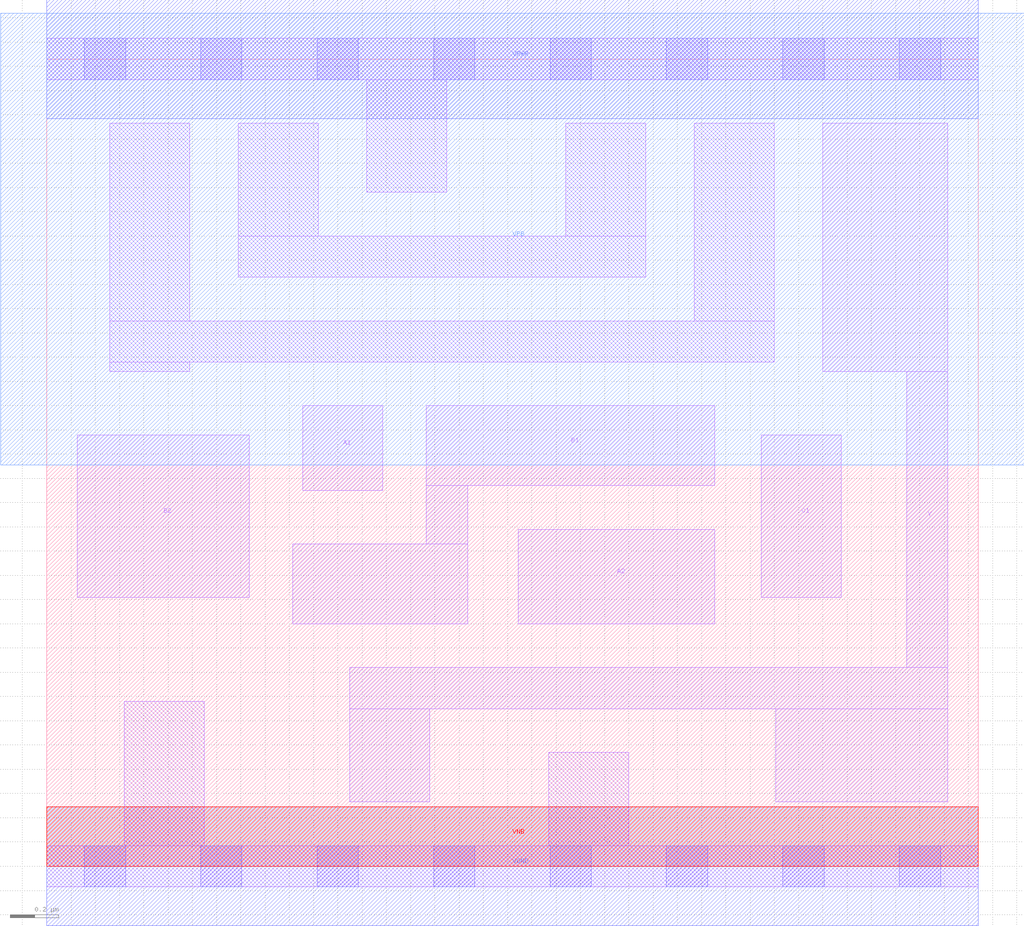
<source format=lef>
# Copyright 2020 The SkyWater PDK Authors
#
# Licensed under the Apache License, Version 2.0 (the "License");
# you may not use this file except in compliance with the License.
# You may obtain a copy of the License at
#
#     https://www.apache.org/licenses/LICENSE-2.0
#
# Unless required by applicable law or agreed to in writing, software
# distributed under the License is distributed on an "AS IS" BASIS,
# WITHOUT WARRANTIES OR CONDITIONS OF ANY KIND, either express or implied.
# See the License for the specific language governing permissions and
# limitations under the License.
#
# SPDX-License-Identifier: Apache-2.0

VERSION 5.7 ;
  NOWIREEXTENSIONATPIN ON ;
  DIVIDERCHAR "/" ;
  BUSBITCHARS "[]" ;
MACRO sky130_fd_sc_lp__a221oi_lp
  CLASS CORE ;
  FOREIGN sky130_fd_sc_lp__a221oi_lp ;
  ORIGIN  0.000000  0.000000 ;
  SIZE  3.840000 BY  3.330000 ;
  SYMMETRY X Y R90 ;
  SITE unit ;
  PIN A1
    ANTENNAGATEAREA  0.313000 ;
    DIRECTION INPUT ;
    USE SIGNAL ;
    PORT
      LAYER li1 ;
        RECT 1.055000 1.550000 1.385000 1.900000 ;
    END
  END A1
  PIN A2
    ANTENNAGATEAREA  0.313000 ;
    DIRECTION INPUT ;
    USE SIGNAL ;
    PORT
      LAYER li1 ;
        RECT 1.945000 1.000000 2.755000 1.390000 ;
    END
  END A2
  PIN B1
    ANTENNAGATEAREA  0.313000 ;
    DIRECTION INPUT ;
    USE SIGNAL ;
    PORT
      LAYER li1 ;
        RECT 1.015000 1.000000 1.735000 1.330000 ;
        RECT 1.565000 1.330000 1.735000 1.570000 ;
        RECT 1.565000 1.570000 2.755000 1.900000 ;
    END
  END B1
  PIN B2
    ANTENNAGATEAREA  0.313000 ;
    DIRECTION INPUT ;
    USE SIGNAL ;
    PORT
      LAYER li1 ;
        RECT 0.125000 1.110000 0.835000 1.780000 ;
    END
  END B2
  PIN C1
    ANTENNAGATEAREA  0.376000 ;
    DIRECTION INPUT ;
    USE SIGNAL ;
    PORT
      LAYER li1 ;
        RECT 2.945000 1.110000 3.275000 1.780000 ;
    END
  END C1
  PIN Y
    ANTENNADIFFAREA  0.568500 ;
    DIRECTION OUTPUT ;
    USE SIGNAL ;
    PORT
      LAYER li1 ;
        RECT 1.250000 0.265000 1.580000 0.650000 ;
        RECT 1.250000 0.650000 3.715000 0.820000 ;
        RECT 3.005000 0.265000 3.715000 0.650000 ;
        RECT 3.200000 2.040000 3.715000 3.065000 ;
        RECT 3.545000 0.820000 3.715000 2.040000 ;
    END
  END Y
  PIN VGND
    DIRECTION INOUT ;
    USE GROUND ;
    PORT
      LAYER met1 ;
        RECT 0.000000 -0.245000 3.840000 0.245000 ;
    END
  END VGND
  PIN VNB
    DIRECTION INOUT ;
    USE GROUND ;
    PORT
      LAYER pwell ;
        RECT 0.000000 0.000000 3.840000 0.245000 ;
    END
  END VNB
  PIN VPB
    DIRECTION INOUT ;
    USE POWER ;
    PORT
      LAYER nwell ;
        RECT -0.190000 1.655000 4.030000 3.520000 ;
    END
  END VPB
  PIN VPWR
    DIRECTION INOUT ;
    USE POWER ;
    PORT
      LAYER met1 ;
        RECT 0.000000 3.085000 3.840000 3.575000 ;
    END
  END VPWR
  OBS
    LAYER li1 ;
      RECT 0.000000 -0.085000 3.840000 0.085000 ;
      RECT 0.000000  3.245000 3.840000 3.415000 ;
      RECT 0.260000  2.040000 0.590000 2.080000 ;
      RECT 0.260000  2.080000 3.000000 2.250000 ;
      RECT 0.260000  2.250000 0.590000 3.065000 ;
      RECT 0.320000  0.085000 0.650000 0.680000 ;
      RECT 0.790000  2.430000 2.470000 2.600000 ;
      RECT 0.790000  2.600000 1.120000 3.065000 ;
      RECT 1.320000  2.780000 1.650000 3.245000 ;
      RECT 2.070000  0.085000 2.400000 0.470000 ;
      RECT 2.140000  2.600000 2.470000 3.065000 ;
      RECT 2.670000  2.250000 3.000000 3.065000 ;
    LAYER mcon ;
      RECT 0.155000 -0.085000 0.325000 0.085000 ;
      RECT 0.155000  3.245000 0.325000 3.415000 ;
      RECT 0.635000 -0.085000 0.805000 0.085000 ;
      RECT 0.635000  3.245000 0.805000 3.415000 ;
      RECT 1.115000 -0.085000 1.285000 0.085000 ;
      RECT 1.115000  3.245000 1.285000 3.415000 ;
      RECT 1.595000 -0.085000 1.765000 0.085000 ;
      RECT 1.595000  3.245000 1.765000 3.415000 ;
      RECT 2.075000 -0.085000 2.245000 0.085000 ;
      RECT 2.075000  3.245000 2.245000 3.415000 ;
      RECT 2.555000 -0.085000 2.725000 0.085000 ;
      RECT 2.555000  3.245000 2.725000 3.415000 ;
      RECT 3.035000 -0.085000 3.205000 0.085000 ;
      RECT 3.035000  3.245000 3.205000 3.415000 ;
      RECT 3.515000 -0.085000 3.685000 0.085000 ;
      RECT 3.515000  3.245000 3.685000 3.415000 ;
  END
END sky130_fd_sc_lp__a221oi_lp
END LIBRARY

</source>
